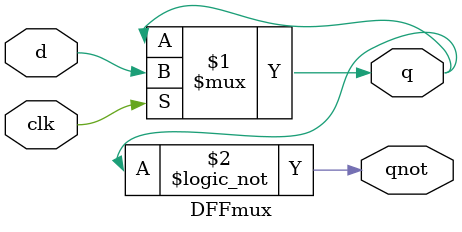
<source format=v>
module DFFmux(
    input clk,
    input d,
    output q,
    output qnot
);

assign q = clk ? d:q;
assign qnot = !q;

endmodule 

</source>
